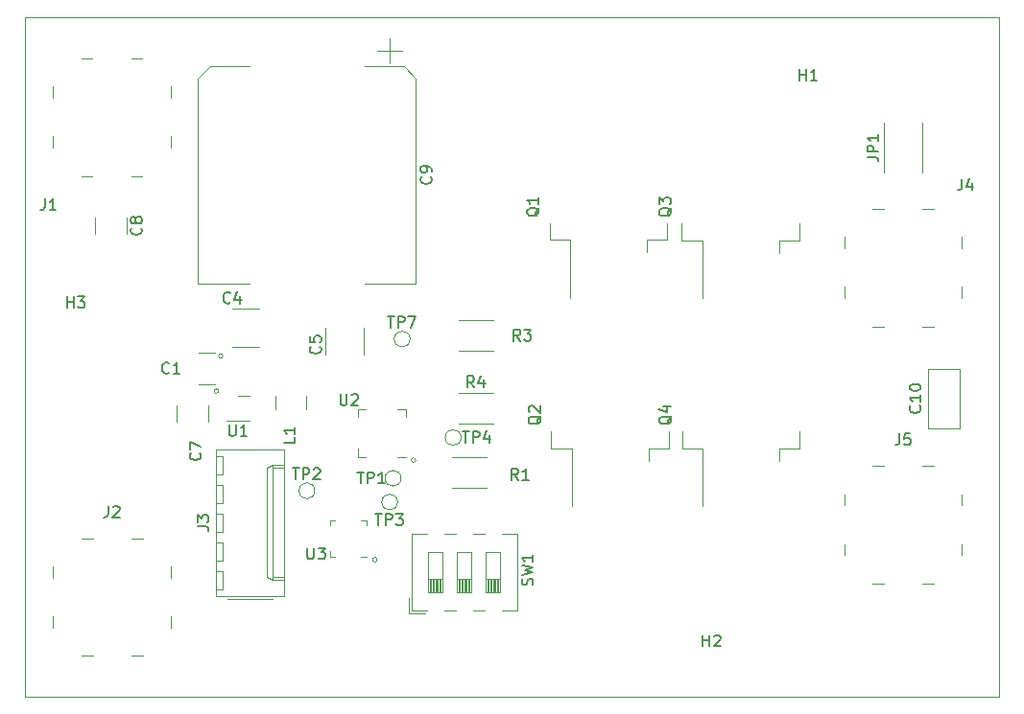
<source format=gbr>
G04 #@! TF.GenerationSoftware,KiCad,Pcbnew,(5.1.9)-1*
G04 #@! TF.CreationDate,2021-07-02T11:04:44-04:00*
G04 #@! TF.ProjectId,Motor Controller 2020,4d6f746f-7220-4436-9f6e-74726f6c6c65,rev?*
G04 #@! TF.SameCoordinates,Original*
G04 #@! TF.FileFunction,Legend,Top*
G04 #@! TF.FilePolarity,Positive*
%FSLAX46Y46*%
G04 Gerber Fmt 4.6, Leading zero omitted, Abs format (unit mm)*
G04 Created by KiCad (PCBNEW (5.1.9)-1) date 2021-07-02 11:04:44*
%MOMM*%
%LPD*%
G01*
G04 APERTURE LIST*
%ADD10C,0.120000*%
G04 #@! TA.AperFunction,Profile*
%ADD11C,0.050000*%
G04 #@! TD*
%ADD12C,0.150000*%
G04 APERTURE END LIST*
D10*
X105800000Y-75900000D02*
G75*
G03*
X105800000Y-75900000I-200000J0D01*
G01*
X106200000Y-72800000D02*
G75*
G03*
X106200000Y-72800000I-200000J0D01*
G01*
X123200000Y-82000000D02*
G75*
G03*
X123200000Y-82000000I-200000J0D01*
G01*
X119800000Y-90800000D02*
G75*
G03*
X119800000Y-90800000I-200000J0D01*
G01*
D11*
X174700000Y-102900000D02*
X174700000Y-42900000D01*
X88700000Y-42900000D02*
X174700000Y-42900000D01*
X88700000Y-102900000D02*
X88700000Y-42900000D01*
X88700000Y-102900000D02*
X174700000Y-102900000D01*
D10*
G04 #@! TO.C,J4*
X161000000Y-62300000D02*
X161000000Y-63300000D01*
X161000000Y-66700000D02*
X161000000Y-67700000D01*
X163500000Y-70200000D02*
X164500000Y-70200000D01*
X167900000Y-70200000D02*
X168900000Y-70200000D01*
X171400000Y-67700000D02*
X171400000Y-66700000D01*
X171400000Y-63300000D02*
X171400000Y-62300000D01*
X167900000Y-59800000D02*
X168900000Y-59800000D01*
X163500000Y-59800000D02*
X164500000Y-59800000D01*
G04 #@! TO.C,SW1*
X122850000Y-95310000D02*
X122850000Y-88490000D01*
X132150000Y-95310000D02*
X132150000Y-88490000D01*
X122850000Y-95310000D02*
X124160000Y-95310000D01*
X125760000Y-95310000D02*
X126700000Y-95310000D01*
X128300000Y-95310000D02*
X129240000Y-95310000D01*
X130840000Y-95310000D02*
X132150000Y-95310000D01*
X130840000Y-88490000D02*
X132150000Y-88490000D01*
X128300000Y-88490000D02*
X129240000Y-88490000D01*
X122850000Y-88490000D02*
X124160000Y-88490000D01*
X125760000Y-88490000D02*
X126700000Y-88490000D01*
X122610000Y-95550000D02*
X122610000Y-94167000D01*
X122610000Y-95550000D02*
X123993000Y-95550000D01*
X124325000Y-93710000D02*
X125595000Y-93710000D01*
X125595000Y-93710000D02*
X125595000Y-90090000D01*
X125595000Y-90090000D02*
X124325000Y-90090000D01*
X124325000Y-90090000D02*
X124325000Y-93710000D01*
X124445000Y-93710000D02*
X124445000Y-92503333D01*
X124565000Y-93710000D02*
X124565000Y-92503333D01*
X124685000Y-93710000D02*
X124685000Y-92503333D01*
X124805000Y-93710000D02*
X124805000Y-92503333D01*
X124925000Y-93710000D02*
X124925000Y-92503333D01*
X125045000Y-93710000D02*
X125045000Y-92503333D01*
X125165000Y-93710000D02*
X125165000Y-92503333D01*
X125285000Y-93710000D02*
X125285000Y-92503333D01*
X125405000Y-93710000D02*
X125405000Y-92503333D01*
X125525000Y-93710000D02*
X125525000Y-92503333D01*
X124325000Y-92503333D02*
X125595000Y-92503333D01*
X126865000Y-93710000D02*
X128135000Y-93710000D01*
X128135000Y-93710000D02*
X128135000Y-90090000D01*
X128135000Y-90090000D02*
X126865000Y-90090000D01*
X126865000Y-90090000D02*
X126865000Y-93710000D01*
X126985000Y-93710000D02*
X126985000Y-92503333D01*
X127105000Y-93710000D02*
X127105000Y-92503333D01*
X127225000Y-93710000D02*
X127225000Y-92503333D01*
X127345000Y-93710000D02*
X127345000Y-92503333D01*
X127465000Y-93710000D02*
X127465000Y-92503333D01*
X127585000Y-93710000D02*
X127585000Y-92503333D01*
X127705000Y-93710000D02*
X127705000Y-92503333D01*
X127825000Y-93710000D02*
X127825000Y-92503333D01*
X127945000Y-93710000D02*
X127945000Y-92503333D01*
X128065000Y-93710000D02*
X128065000Y-92503333D01*
X126865000Y-92503333D02*
X128135000Y-92503333D01*
X129405000Y-93710000D02*
X130675000Y-93710000D01*
X130675000Y-93710000D02*
X130675000Y-90090000D01*
X130675000Y-90090000D02*
X129405000Y-90090000D01*
X129405000Y-90090000D02*
X129405000Y-93710000D01*
X129525000Y-93710000D02*
X129525000Y-92503333D01*
X129645000Y-93710000D02*
X129645000Y-92503333D01*
X129765000Y-93710000D02*
X129765000Y-92503333D01*
X129885000Y-93710000D02*
X129885000Y-92503333D01*
X130005000Y-93710000D02*
X130005000Y-92503333D01*
X130125000Y-93710000D02*
X130125000Y-92503333D01*
X130245000Y-93710000D02*
X130245000Y-92503333D01*
X130365000Y-93710000D02*
X130365000Y-92503333D01*
X130485000Y-93710000D02*
X130485000Y-92503333D01*
X130605000Y-93710000D02*
X130605000Y-92503333D01*
X129405000Y-92503333D02*
X130675000Y-92503333D01*
G04 #@! TO.C,J3*
X105570000Y-93980000D02*
X111590000Y-93980000D01*
X111590000Y-93980000D02*
X111590000Y-81060000D01*
X111590000Y-81060000D02*
X105570000Y-81060000D01*
X105570000Y-81060000D02*
X105570000Y-93980000D01*
X106600000Y-94270000D02*
X110600000Y-94270000D01*
X111590000Y-92600000D02*
X110590000Y-92600000D01*
X110590000Y-92600000D02*
X110590000Y-82440000D01*
X110590000Y-82440000D02*
X111590000Y-82440000D01*
X110590000Y-92600000D02*
X110060000Y-92350000D01*
X110060000Y-92350000D02*
X110060000Y-82690000D01*
X110060000Y-82690000D02*
X110590000Y-82440000D01*
X111590000Y-92350000D02*
X110590000Y-92350000D01*
X111590000Y-82690000D02*
X110590000Y-82690000D01*
X105570000Y-93400000D02*
X106170000Y-93400000D01*
X106170000Y-93400000D02*
X106170000Y-91800000D01*
X106170000Y-91800000D02*
X105570000Y-91800000D01*
X105570000Y-90860000D02*
X106170000Y-90860000D01*
X106170000Y-90860000D02*
X106170000Y-89260000D01*
X106170000Y-89260000D02*
X105570000Y-89260000D01*
X105570000Y-88320000D02*
X106170000Y-88320000D01*
X106170000Y-88320000D02*
X106170000Y-86720000D01*
X106170000Y-86720000D02*
X105570000Y-86720000D01*
X105570000Y-85780000D02*
X106170000Y-85780000D01*
X106170000Y-85780000D02*
X106170000Y-84180000D01*
X106170000Y-84180000D02*
X105570000Y-84180000D01*
X105570000Y-83240000D02*
X106170000Y-83240000D01*
X106170000Y-83240000D02*
X106170000Y-81640000D01*
X106170000Y-81640000D02*
X105570000Y-81640000D01*
G04 #@! TO.C,C9*
X103990000Y-66410000D02*
X108540000Y-66410000D01*
X123210000Y-66410000D02*
X118660000Y-66410000D01*
X123210000Y-48254437D02*
X123210000Y-66410000D01*
X103990000Y-48254437D02*
X103990000Y-66410000D01*
X105054437Y-47190000D02*
X108540000Y-47190000D01*
X122145563Y-47190000D02*
X118660000Y-47190000D01*
X122145563Y-47190000D02*
X123210000Y-48254437D01*
X105054437Y-47190000D02*
X103990000Y-48254437D01*
X120910000Y-44700000D02*
X120910000Y-46950000D01*
X122035000Y-45825000D02*
X119785000Y-45825000D01*
G04 #@! TO.C,J1*
X93693000Y-46500000D02*
X94693000Y-46500000D01*
X98093000Y-46500000D02*
X99093000Y-46500000D01*
X101593000Y-50000000D02*
X101593000Y-49000000D01*
X101593000Y-54400000D02*
X101593000Y-53400000D01*
X98093000Y-56900000D02*
X99093000Y-56900000D01*
X93693000Y-56900000D02*
X94693000Y-56900000D01*
X91193000Y-53400000D02*
X91193000Y-54400000D01*
X91193000Y-49000000D02*
X91193000Y-50000000D01*
G04 #@! TO.C,J2*
X91200000Y-91400000D02*
X91200000Y-92400000D01*
X91200000Y-95800000D02*
X91200000Y-96800000D01*
X93700000Y-99300000D02*
X94700000Y-99300000D01*
X98100000Y-99300000D02*
X99100000Y-99300000D01*
X101600000Y-96800000D02*
X101600000Y-95800000D01*
X101600000Y-92400000D02*
X101600000Y-91400000D01*
X98100000Y-88900000D02*
X99100000Y-88900000D01*
X93700000Y-88900000D02*
X94700000Y-88900000D01*
G04 #@! TO.C,J5*
X163500000Y-82500000D02*
X164500000Y-82500000D01*
X167900000Y-82500000D02*
X168900000Y-82500000D01*
X171400000Y-86000000D02*
X171400000Y-85000000D01*
X171400000Y-90400000D02*
X171400000Y-89400000D01*
X167900000Y-92900000D02*
X168900000Y-92900000D01*
X163500000Y-92900000D02*
X164500000Y-92900000D01*
X161000000Y-89400000D02*
X161000000Y-90400000D01*
X161000000Y-85000000D02*
X161000000Y-86000000D01*
G04 #@! TO.C,JP1*
X164490000Y-56577064D02*
X164490000Y-52222936D01*
X167910000Y-56577064D02*
X167910000Y-52222936D01*
G04 #@! TO.C,R3*
X126972936Y-69640000D02*
X130027064Y-69640000D01*
X126972936Y-72360000D02*
X130027064Y-72360000D01*
G04 #@! TO.C,R4*
X126972936Y-78760000D02*
X130027064Y-78760000D01*
X126972936Y-76040000D02*
X130027064Y-76040000D01*
G04 #@! TO.C,C5*
X115190000Y-70338748D02*
X115190000Y-72661252D01*
X118610000Y-70338748D02*
X118610000Y-72661252D01*
G04 #@! TO.C,R1*
X129427064Y-81740000D02*
X126372936Y-81740000D01*
X129427064Y-84460000D02*
X126372936Y-84460000D01*
G04 #@! TO.C,U2*
X121585000Y-81710000D02*
X122310000Y-81710000D01*
X118090000Y-77490000D02*
X118090000Y-78215000D01*
X118815000Y-77490000D02*
X118090000Y-77490000D01*
X122310000Y-77490000D02*
X122310000Y-78215000D01*
X121585000Y-77490000D02*
X122310000Y-77490000D01*
X118090000Y-81710000D02*
X118090000Y-80985000D01*
X118815000Y-81710000D02*
X118090000Y-81710000D01*
G04 #@! TO.C,C4*
X107038748Y-68590000D02*
X109361252Y-68590000D01*
X107038748Y-72010000D02*
X109361252Y-72010000D01*
G04 #@! TO.C,U3*
X116061000Y-90510000D02*
X115611000Y-90510000D01*
X115611000Y-90510000D02*
X115611000Y-90060000D01*
X118381000Y-87290000D02*
X118831000Y-87290000D01*
X118831000Y-87290000D02*
X118831000Y-87740000D01*
X116061000Y-87290000D02*
X115611000Y-87290000D01*
X115611000Y-87290000D02*
X115611000Y-87740000D01*
X118381000Y-90510000D02*
X118831000Y-90510000D01*
G04 #@! TO.C,TP1*
X121900000Y-83600000D02*
G75*
G03*
X121900000Y-83600000I-700000J0D01*
G01*
G04 #@! TO.C,TP2*
X114300000Y-84700000D02*
G75*
G03*
X114300000Y-84700000I-700000J0D01*
G01*
G04 #@! TO.C,TP3*
X121600000Y-85700000D02*
G75*
G03*
X121600000Y-85700000I-700000J0D01*
G01*
G04 #@! TO.C,TP4*
X127200000Y-80000000D02*
G75*
G03*
X127200000Y-80000000I-700000J0D01*
G01*
G04 #@! TO.C,C1*
X105511252Y-75260000D02*
X104088748Y-75260000D01*
X105511252Y-72540000D02*
X104088748Y-72540000D01*
G04 #@! TO.C,C7*
X104860000Y-77188748D02*
X104860000Y-78611252D01*
X102140000Y-77188748D02*
X102140000Y-78611252D01*
G04 #@! TO.C,L1*
X113560000Y-76297936D02*
X113560000Y-77502064D01*
X110840000Y-76297936D02*
X110840000Y-77502064D01*
G04 #@! TO.C,U1*
X106500000Y-78500000D02*
X108500000Y-78500000D01*
X107500000Y-76300000D02*
X108500000Y-76300000D01*
G04 #@! TO.C,Q1*
X135000000Y-61050000D02*
X135000000Y-62550000D01*
X135000000Y-62550000D02*
X136810000Y-62550000D01*
X136810000Y-62550000D02*
X136810000Y-67675000D01*
X145400000Y-61050000D02*
X145400000Y-62550000D01*
X145400000Y-62550000D02*
X143590000Y-62550000D01*
X143590000Y-62550000D02*
X143590000Y-63650000D01*
G04 #@! TO.C,Q2*
X135154000Y-79450000D02*
X135154000Y-80950000D01*
X135154000Y-80950000D02*
X136964000Y-80950000D01*
X136964000Y-80950000D02*
X136964000Y-86075000D01*
X145554000Y-79450000D02*
X145554000Y-80950000D01*
X145554000Y-80950000D02*
X143744000Y-80950000D01*
X143744000Y-80950000D02*
X143744000Y-82050000D01*
G04 #@! TO.C,Q3*
X155263000Y-62563000D02*
X155263000Y-63663000D01*
X157073000Y-62563000D02*
X155263000Y-62563000D01*
X157073000Y-61063000D02*
X157073000Y-62563000D01*
X148483000Y-62563000D02*
X148483000Y-67688000D01*
X146673000Y-62563000D02*
X148483000Y-62563000D01*
X146673000Y-61063000D02*
X146673000Y-62563000D01*
G04 #@! TO.C,Q4*
X155282000Y-80950000D02*
X155282000Y-82050000D01*
X157092000Y-80950000D02*
X155282000Y-80950000D01*
X157092000Y-79450000D02*
X157092000Y-80950000D01*
X148502000Y-80950000D02*
X148502000Y-86075000D01*
X146692000Y-80950000D02*
X148502000Y-80950000D01*
X146692000Y-79450000D02*
X146692000Y-80950000D01*
G04 #@! TO.C,C8*
X94940000Y-60588748D02*
X94940000Y-62011252D01*
X97660000Y-60588748D02*
X97660000Y-62011252D01*
G04 #@! TO.C,C10*
X168430000Y-79170000D02*
X168430000Y-73930000D01*
X171170000Y-79170000D02*
X171170000Y-73930000D01*
X168430000Y-79170000D02*
X171170000Y-79170000D01*
X168430000Y-73930000D02*
X171170000Y-73930000D01*
G04 #@! TO.C,TP7*
X122700000Y-71300000D02*
G75*
G03*
X122700000Y-71300000I-700000J0D01*
G01*
G04 #@! TD*
G04 #@! TO.C,J4*
D12*
X171366666Y-57152380D02*
X171366666Y-57866666D01*
X171319047Y-58009523D01*
X171223809Y-58104761D01*
X171080952Y-58152380D01*
X170985714Y-58152380D01*
X172271428Y-57485714D02*
X172271428Y-58152380D01*
X172033333Y-57104761D02*
X171795238Y-57819047D01*
X172414285Y-57819047D01*
G04 #@! TO.C,SW1*
X133504761Y-93033333D02*
X133552380Y-92890476D01*
X133552380Y-92652380D01*
X133504761Y-92557142D01*
X133457142Y-92509523D01*
X133361904Y-92461904D01*
X133266666Y-92461904D01*
X133171428Y-92509523D01*
X133123809Y-92557142D01*
X133076190Y-92652380D01*
X133028571Y-92842857D01*
X132980952Y-92938095D01*
X132933333Y-92985714D01*
X132838095Y-93033333D01*
X132742857Y-93033333D01*
X132647619Y-92985714D01*
X132600000Y-92938095D01*
X132552380Y-92842857D01*
X132552380Y-92604761D01*
X132600000Y-92461904D01*
X132552380Y-92128571D02*
X133552380Y-91890476D01*
X132838095Y-91700000D01*
X133552380Y-91509523D01*
X132552380Y-91271428D01*
X133552380Y-90366666D02*
X133552380Y-90938095D01*
X133552380Y-90652380D02*
X132552380Y-90652380D01*
X132695238Y-90747619D01*
X132790476Y-90842857D01*
X132838095Y-90938095D01*
G04 #@! TO.C,J3*
X103932380Y-87853333D02*
X104646666Y-87853333D01*
X104789523Y-87900952D01*
X104884761Y-87996190D01*
X104932380Y-88139047D01*
X104932380Y-88234285D01*
X103932380Y-87472380D02*
X103932380Y-86853333D01*
X104313333Y-87186666D01*
X104313333Y-87043809D01*
X104360952Y-86948571D01*
X104408571Y-86900952D01*
X104503809Y-86853333D01*
X104741904Y-86853333D01*
X104837142Y-86900952D01*
X104884761Y-86948571D01*
X104932380Y-87043809D01*
X104932380Y-87329523D01*
X104884761Y-87424761D01*
X104837142Y-87472380D01*
G04 #@! TO.C,C9*
X124507142Y-56966666D02*
X124554761Y-57014285D01*
X124602380Y-57157142D01*
X124602380Y-57252380D01*
X124554761Y-57395238D01*
X124459523Y-57490476D01*
X124364285Y-57538095D01*
X124173809Y-57585714D01*
X124030952Y-57585714D01*
X123840476Y-57538095D01*
X123745238Y-57490476D01*
X123650000Y-57395238D01*
X123602380Y-57252380D01*
X123602380Y-57157142D01*
X123650000Y-57014285D01*
X123697619Y-56966666D01*
X124602380Y-56490476D02*
X124602380Y-56300000D01*
X124554761Y-56204761D01*
X124507142Y-56157142D01*
X124364285Y-56061904D01*
X124173809Y-56014285D01*
X123792857Y-56014285D01*
X123697619Y-56061904D01*
X123650000Y-56109523D01*
X123602380Y-56204761D01*
X123602380Y-56395238D01*
X123650000Y-56490476D01*
X123697619Y-56538095D01*
X123792857Y-56585714D01*
X124030952Y-56585714D01*
X124126190Y-56538095D01*
X124173809Y-56490476D01*
X124221428Y-56395238D01*
X124221428Y-56204761D01*
X124173809Y-56109523D01*
X124126190Y-56061904D01*
X124030952Y-56014285D01*
G04 #@! TO.C,J1*
X90471666Y-58899380D02*
X90471666Y-59613666D01*
X90424047Y-59756523D01*
X90328809Y-59851761D01*
X90185952Y-59899380D01*
X90090714Y-59899380D01*
X91471666Y-59899380D02*
X90900238Y-59899380D01*
X91185952Y-59899380D02*
X91185952Y-58899380D01*
X91090714Y-59042238D01*
X90995476Y-59137476D01*
X90900238Y-59185095D01*
G04 #@! TO.C,J2*
X96066666Y-86052380D02*
X96066666Y-86766666D01*
X96019047Y-86909523D01*
X95923809Y-87004761D01*
X95780952Y-87052380D01*
X95685714Y-87052380D01*
X96495238Y-86147619D02*
X96542857Y-86100000D01*
X96638095Y-86052380D01*
X96876190Y-86052380D01*
X96971428Y-86100000D01*
X97019047Y-86147619D01*
X97066666Y-86242857D01*
X97066666Y-86338095D01*
X97019047Y-86480952D01*
X96447619Y-87052380D01*
X97066666Y-87052380D01*
G04 #@! TO.C,J5*
X165866666Y-79652380D02*
X165866666Y-80366666D01*
X165819047Y-80509523D01*
X165723809Y-80604761D01*
X165580952Y-80652380D01*
X165485714Y-80652380D01*
X166819047Y-79652380D02*
X166342857Y-79652380D01*
X166295238Y-80128571D01*
X166342857Y-80080952D01*
X166438095Y-80033333D01*
X166676190Y-80033333D01*
X166771428Y-80080952D01*
X166819047Y-80128571D01*
X166866666Y-80223809D01*
X166866666Y-80461904D01*
X166819047Y-80557142D01*
X166771428Y-80604761D01*
X166676190Y-80652380D01*
X166438095Y-80652380D01*
X166342857Y-80604761D01*
X166295238Y-80557142D01*
G04 #@! TO.C,JP1*
X163032380Y-55233333D02*
X163746666Y-55233333D01*
X163889523Y-55280952D01*
X163984761Y-55376190D01*
X164032380Y-55519047D01*
X164032380Y-55614285D01*
X164032380Y-54757142D02*
X163032380Y-54757142D01*
X163032380Y-54376190D01*
X163080000Y-54280952D01*
X163127619Y-54233333D01*
X163222857Y-54185714D01*
X163365714Y-54185714D01*
X163460952Y-54233333D01*
X163508571Y-54280952D01*
X163556190Y-54376190D01*
X163556190Y-54757142D01*
X164032380Y-53233333D02*
X164032380Y-53804761D01*
X164032380Y-53519047D02*
X163032380Y-53519047D01*
X163175238Y-53614285D01*
X163270476Y-53709523D01*
X163318095Y-53804761D01*
G04 #@! TO.C,R3*
X132433333Y-71452380D02*
X132100000Y-70976190D01*
X131861904Y-71452380D02*
X131861904Y-70452380D01*
X132242857Y-70452380D01*
X132338095Y-70500000D01*
X132385714Y-70547619D01*
X132433333Y-70642857D01*
X132433333Y-70785714D01*
X132385714Y-70880952D01*
X132338095Y-70928571D01*
X132242857Y-70976190D01*
X131861904Y-70976190D01*
X132766666Y-70452380D02*
X133385714Y-70452380D01*
X133052380Y-70833333D01*
X133195238Y-70833333D01*
X133290476Y-70880952D01*
X133338095Y-70928571D01*
X133385714Y-71023809D01*
X133385714Y-71261904D01*
X133338095Y-71357142D01*
X133290476Y-71404761D01*
X133195238Y-71452380D01*
X132909523Y-71452380D01*
X132814285Y-71404761D01*
X132766666Y-71357142D01*
G04 #@! TO.C,R4*
X128333333Y-75572380D02*
X128000000Y-75096190D01*
X127761904Y-75572380D02*
X127761904Y-74572380D01*
X128142857Y-74572380D01*
X128238095Y-74620000D01*
X128285714Y-74667619D01*
X128333333Y-74762857D01*
X128333333Y-74905714D01*
X128285714Y-75000952D01*
X128238095Y-75048571D01*
X128142857Y-75096190D01*
X127761904Y-75096190D01*
X129190476Y-74905714D02*
X129190476Y-75572380D01*
X128952380Y-74524761D02*
X128714285Y-75239047D01*
X129333333Y-75239047D01*
G04 #@! TO.C,C5*
X114757142Y-71966666D02*
X114804761Y-72014285D01*
X114852380Y-72157142D01*
X114852380Y-72252380D01*
X114804761Y-72395238D01*
X114709523Y-72490476D01*
X114614285Y-72538095D01*
X114423809Y-72585714D01*
X114280952Y-72585714D01*
X114090476Y-72538095D01*
X113995238Y-72490476D01*
X113900000Y-72395238D01*
X113852380Y-72252380D01*
X113852380Y-72157142D01*
X113900000Y-72014285D01*
X113947619Y-71966666D01*
X113852380Y-71061904D02*
X113852380Y-71538095D01*
X114328571Y-71585714D01*
X114280952Y-71538095D01*
X114233333Y-71442857D01*
X114233333Y-71204761D01*
X114280952Y-71109523D01*
X114328571Y-71061904D01*
X114423809Y-71014285D01*
X114661904Y-71014285D01*
X114757142Y-71061904D01*
X114804761Y-71109523D01*
X114852380Y-71204761D01*
X114852380Y-71442857D01*
X114804761Y-71538095D01*
X114757142Y-71585714D01*
G04 #@! TO.C,R1*
X132233333Y-83752380D02*
X131900000Y-83276190D01*
X131661904Y-83752380D02*
X131661904Y-82752380D01*
X132042857Y-82752380D01*
X132138095Y-82800000D01*
X132185714Y-82847619D01*
X132233333Y-82942857D01*
X132233333Y-83085714D01*
X132185714Y-83180952D01*
X132138095Y-83228571D01*
X132042857Y-83276190D01*
X131661904Y-83276190D01*
X133185714Y-83752380D02*
X132614285Y-83752380D01*
X132900000Y-83752380D02*
X132900000Y-82752380D01*
X132804761Y-82895238D01*
X132709523Y-82990476D01*
X132614285Y-83038095D01*
G04 #@! TO.C,U2*
X116538095Y-76152380D02*
X116538095Y-76961904D01*
X116585714Y-77057142D01*
X116633333Y-77104761D01*
X116728571Y-77152380D01*
X116919047Y-77152380D01*
X117014285Y-77104761D01*
X117061904Y-77057142D01*
X117109523Y-76961904D01*
X117109523Y-76152380D01*
X117538095Y-76247619D02*
X117585714Y-76200000D01*
X117680952Y-76152380D01*
X117919047Y-76152380D01*
X118014285Y-76200000D01*
X118061904Y-76247619D01*
X118109523Y-76342857D01*
X118109523Y-76438095D01*
X118061904Y-76580952D01*
X117490476Y-77152380D01*
X118109523Y-77152380D01*
G04 #@! TO.C,C4*
X106833333Y-68057142D02*
X106785714Y-68104761D01*
X106642857Y-68152380D01*
X106547619Y-68152380D01*
X106404761Y-68104761D01*
X106309523Y-68009523D01*
X106261904Y-67914285D01*
X106214285Y-67723809D01*
X106214285Y-67580952D01*
X106261904Y-67390476D01*
X106309523Y-67295238D01*
X106404761Y-67200000D01*
X106547619Y-67152380D01*
X106642857Y-67152380D01*
X106785714Y-67200000D01*
X106833333Y-67247619D01*
X107690476Y-67485714D02*
X107690476Y-68152380D01*
X107452380Y-67104761D02*
X107214285Y-67819047D01*
X107833333Y-67819047D01*
G04 #@! TO.C,U3*
X113638095Y-89752380D02*
X113638095Y-90561904D01*
X113685714Y-90657142D01*
X113733333Y-90704761D01*
X113828571Y-90752380D01*
X114019047Y-90752380D01*
X114114285Y-90704761D01*
X114161904Y-90657142D01*
X114209523Y-90561904D01*
X114209523Y-89752380D01*
X114590476Y-89752380D02*
X115209523Y-89752380D01*
X114876190Y-90133333D01*
X115019047Y-90133333D01*
X115114285Y-90180952D01*
X115161904Y-90228571D01*
X115209523Y-90323809D01*
X115209523Y-90561904D01*
X115161904Y-90657142D01*
X115114285Y-90704761D01*
X115019047Y-90752380D01*
X114733333Y-90752380D01*
X114638095Y-90704761D01*
X114590476Y-90657142D01*
G04 #@! TO.C,TP1*
X118038095Y-83052380D02*
X118609523Y-83052380D01*
X118323809Y-84052380D02*
X118323809Y-83052380D01*
X118942857Y-84052380D02*
X118942857Y-83052380D01*
X119323809Y-83052380D01*
X119419047Y-83100000D01*
X119466666Y-83147619D01*
X119514285Y-83242857D01*
X119514285Y-83385714D01*
X119466666Y-83480952D01*
X119419047Y-83528571D01*
X119323809Y-83576190D01*
X118942857Y-83576190D01*
X120466666Y-84052380D02*
X119895238Y-84052380D01*
X120180952Y-84052380D02*
X120180952Y-83052380D01*
X120085714Y-83195238D01*
X119990476Y-83290476D01*
X119895238Y-83338095D01*
G04 #@! TO.C,TP2*
X112338095Y-82704380D02*
X112909523Y-82704380D01*
X112623809Y-83704380D02*
X112623809Y-82704380D01*
X113242857Y-83704380D02*
X113242857Y-82704380D01*
X113623809Y-82704380D01*
X113719047Y-82752000D01*
X113766666Y-82799619D01*
X113814285Y-82894857D01*
X113814285Y-83037714D01*
X113766666Y-83132952D01*
X113719047Y-83180571D01*
X113623809Y-83228190D01*
X113242857Y-83228190D01*
X114195238Y-82799619D02*
X114242857Y-82752000D01*
X114338095Y-82704380D01*
X114576190Y-82704380D01*
X114671428Y-82752000D01*
X114719047Y-82799619D01*
X114766666Y-82894857D01*
X114766666Y-82990095D01*
X114719047Y-83132952D01*
X114147619Y-83704380D01*
X114766666Y-83704380D01*
G04 #@! TO.C,TP3*
X119638095Y-86752380D02*
X120209523Y-86752380D01*
X119923809Y-87752380D02*
X119923809Y-86752380D01*
X120542857Y-87752380D02*
X120542857Y-86752380D01*
X120923809Y-86752380D01*
X121019047Y-86800000D01*
X121066666Y-86847619D01*
X121114285Y-86942857D01*
X121114285Y-87085714D01*
X121066666Y-87180952D01*
X121019047Y-87228571D01*
X120923809Y-87276190D01*
X120542857Y-87276190D01*
X121447619Y-86752380D02*
X122066666Y-86752380D01*
X121733333Y-87133333D01*
X121876190Y-87133333D01*
X121971428Y-87180952D01*
X122019047Y-87228571D01*
X122066666Y-87323809D01*
X122066666Y-87561904D01*
X122019047Y-87657142D01*
X121971428Y-87704761D01*
X121876190Y-87752380D01*
X121590476Y-87752380D01*
X121495238Y-87704761D01*
X121447619Y-87657142D01*
G04 #@! TO.C,TP4*
X127338095Y-79452380D02*
X127909523Y-79452380D01*
X127623809Y-80452380D02*
X127623809Y-79452380D01*
X128242857Y-80452380D02*
X128242857Y-79452380D01*
X128623809Y-79452380D01*
X128719047Y-79500000D01*
X128766666Y-79547619D01*
X128814285Y-79642857D01*
X128814285Y-79785714D01*
X128766666Y-79880952D01*
X128719047Y-79928571D01*
X128623809Y-79976190D01*
X128242857Y-79976190D01*
X129671428Y-79785714D02*
X129671428Y-80452380D01*
X129433333Y-79404761D02*
X129195238Y-80119047D01*
X129814285Y-80119047D01*
G04 #@! TO.C,H1*
X157038095Y-48452380D02*
X157038095Y-47452380D01*
X157038095Y-47928571D02*
X157609523Y-47928571D01*
X157609523Y-48452380D02*
X157609523Y-47452380D01*
X158609523Y-48452380D02*
X158038095Y-48452380D01*
X158323809Y-48452380D02*
X158323809Y-47452380D01*
X158228571Y-47595238D01*
X158133333Y-47690476D01*
X158038095Y-47738095D01*
G04 #@! TO.C,H2*
X148538095Y-98452380D02*
X148538095Y-97452380D01*
X148538095Y-97928571D02*
X149109523Y-97928571D01*
X149109523Y-98452380D02*
X149109523Y-97452380D01*
X149538095Y-97547619D02*
X149585714Y-97500000D01*
X149680952Y-97452380D01*
X149919047Y-97452380D01*
X150014285Y-97500000D01*
X150061904Y-97547619D01*
X150109523Y-97642857D01*
X150109523Y-97738095D01*
X150061904Y-97880952D01*
X149490476Y-98452380D01*
X150109523Y-98452380D01*
G04 #@! TO.C,H3*
X92438095Y-68552380D02*
X92438095Y-67552380D01*
X92438095Y-68028571D02*
X93009523Y-68028571D01*
X93009523Y-68552380D02*
X93009523Y-67552380D01*
X93390476Y-67552380D02*
X94009523Y-67552380D01*
X93676190Y-67933333D01*
X93819047Y-67933333D01*
X93914285Y-67980952D01*
X93961904Y-68028571D01*
X94009523Y-68123809D01*
X94009523Y-68361904D01*
X93961904Y-68457142D01*
X93914285Y-68504761D01*
X93819047Y-68552380D01*
X93533333Y-68552380D01*
X93438095Y-68504761D01*
X93390476Y-68457142D01*
G04 #@! TO.C,C1*
X101433333Y-74257142D02*
X101385714Y-74304761D01*
X101242857Y-74352380D01*
X101147619Y-74352380D01*
X101004761Y-74304761D01*
X100909523Y-74209523D01*
X100861904Y-74114285D01*
X100814285Y-73923809D01*
X100814285Y-73780952D01*
X100861904Y-73590476D01*
X100909523Y-73495238D01*
X101004761Y-73400000D01*
X101147619Y-73352380D01*
X101242857Y-73352380D01*
X101385714Y-73400000D01*
X101433333Y-73447619D01*
X102385714Y-74352380D02*
X101814285Y-74352380D01*
X102100000Y-74352380D02*
X102100000Y-73352380D01*
X102004761Y-73495238D01*
X101909523Y-73590476D01*
X101814285Y-73638095D01*
G04 #@! TO.C,C7*
X104157142Y-81366666D02*
X104204761Y-81414285D01*
X104252380Y-81557142D01*
X104252380Y-81652380D01*
X104204761Y-81795238D01*
X104109523Y-81890476D01*
X104014285Y-81938095D01*
X103823809Y-81985714D01*
X103680952Y-81985714D01*
X103490476Y-81938095D01*
X103395238Y-81890476D01*
X103300000Y-81795238D01*
X103252380Y-81652380D01*
X103252380Y-81557142D01*
X103300000Y-81414285D01*
X103347619Y-81366666D01*
X103252380Y-81033333D02*
X103252380Y-80366666D01*
X104252380Y-80795238D01*
G04 #@! TO.C,L1*
X112552380Y-79966666D02*
X112552380Y-80442857D01*
X111552380Y-80442857D01*
X112552380Y-79109523D02*
X112552380Y-79680952D01*
X112552380Y-79395238D02*
X111552380Y-79395238D01*
X111695238Y-79490476D01*
X111790476Y-79585714D01*
X111838095Y-79680952D01*
G04 #@! TO.C,U1*
X106738095Y-78852380D02*
X106738095Y-79661904D01*
X106785714Y-79757142D01*
X106833333Y-79804761D01*
X106928571Y-79852380D01*
X107119047Y-79852380D01*
X107214285Y-79804761D01*
X107261904Y-79757142D01*
X107309523Y-79661904D01*
X107309523Y-78852380D01*
X108309523Y-79852380D02*
X107738095Y-79852380D01*
X108023809Y-79852380D02*
X108023809Y-78852380D01*
X107928571Y-78995238D01*
X107833333Y-79090476D01*
X107738095Y-79138095D01*
G04 #@! TO.C,Q1*
X134097619Y-59695238D02*
X134050000Y-59790476D01*
X133954761Y-59885714D01*
X133811904Y-60028571D01*
X133764285Y-60123809D01*
X133764285Y-60219047D01*
X134002380Y-60171428D02*
X133954761Y-60266666D01*
X133859523Y-60361904D01*
X133669047Y-60409523D01*
X133335714Y-60409523D01*
X133145238Y-60361904D01*
X133050000Y-60266666D01*
X133002380Y-60171428D01*
X133002380Y-59980952D01*
X133050000Y-59885714D01*
X133145238Y-59790476D01*
X133335714Y-59742857D01*
X133669047Y-59742857D01*
X133859523Y-59790476D01*
X133954761Y-59885714D01*
X134002380Y-59980952D01*
X134002380Y-60171428D01*
X134002380Y-58790476D02*
X134002380Y-59361904D01*
X134002380Y-59076190D02*
X133002380Y-59076190D01*
X133145238Y-59171428D01*
X133240476Y-59266666D01*
X133288095Y-59361904D01*
G04 #@! TO.C,Q2*
X134251619Y-78095238D02*
X134204000Y-78190476D01*
X134108761Y-78285714D01*
X133965904Y-78428571D01*
X133918285Y-78523809D01*
X133918285Y-78619047D01*
X134156380Y-78571428D02*
X134108761Y-78666666D01*
X134013523Y-78761904D01*
X133823047Y-78809523D01*
X133489714Y-78809523D01*
X133299238Y-78761904D01*
X133204000Y-78666666D01*
X133156380Y-78571428D01*
X133156380Y-78380952D01*
X133204000Y-78285714D01*
X133299238Y-78190476D01*
X133489714Y-78142857D01*
X133823047Y-78142857D01*
X134013523Y-78190476D01*
X134108761Y-78285714D01*
X134156380Y-78380952D01*
X134156380Y-78571428D01*
X133251619Y-77761904D02*
X133204000Y-77714285D01*
X133156380Y-77619047D01*
X133156380Y-77380952D01*
X133204000Y-77285714D01*
X133251619Y-77238095D01*
X133346857Y-77190476D01*
X133442095Y-77190476D01*
X133584952Y-77238095D01*
X134156380Y-77809523D01*
X134156380Y-77190476D01*
G04 #@! TO.C,Q3*
X145770619Y-59708238D02*
X145723000Y-59803476D01*
X145627761Y-59898714D01*
X145484904Y-60041571D01*
X145437285Y-60136809D01*
X145437285Y-60232047D01*
X145675380Y-60184428D02*
X145627761Y-60279666D01*
X145532523Y-60374904D01*
X145342047Y-60422523D01*
X145008714Y-60422523D01*
X144818238Y-60374904D01*
X144723000Y-60279666D01*
X144675380Y-60184428D01*
X144675380Y-59993952D01*
X144723000Y-59898714D01*
X144818238Y-59803476D01*
X145008714Y-59755857D01*
X145342047Y-59755857D01*
X145532523Y-59803476D01*
X145627761Y-59898714D01*
X145675380Y-59993952D01*
X145675380Y-60184428D01*
X144675380Y-59422523D02*
X144675380Y-58803476D01*
X145056333Y-59136809D01*
X145056333Y-58993952D01*
X145103952Y-58898714D01*
X145151571Y-58851095D01*
X145246809Y-58803476D01*
X145484904Y-58803476D01*
X145580142Y-58851095D01*
X145627761Y-58898714D01*
X145675380Y-58993952D01*
X145675380Y-59279666D01*
X145627761Y-59374904D01*
X145580142Y-59422523D01*
G04 #@! TO.C,Q4*
X145789619Y-78095238D02*
X145742000Y-78190476D01*
X145646761Y-78285714D01*
X145503904Y-78428571D01*
X145456285Y-78523809D01*
X145456285Y-78619047D01*
X145694380Y-78571428D02*
X145646761Y-78666666D01*
X145551523Y-78761904D01*
X145361047Y-78809523D01*
X145027714Y-78809523D01*
X144837238Y-78761904D01*
X144742000Y-78666666D01*
X144694380Y-78571428D01*
X144694380Y-78380952D01*
X144742000Y-78285714D01*
X144837238Y-78190476D01*
X145027714Y-78142857D01*
X145361047Y-78142857D01*
X145551523Y-78190476D01*
X145646761Y-78285714D01*
X145694380Y-78380952D01*
X145694380Y-78571428D01*
X145027714Y-77285714D02*
X145694380Y-77285714D01*
X144646761Y-77523809D02*
X145361047Y-77761904D01*
X145361047Y-77142857D01*
G04 #@! TO.C,C8*
X98957142Y-61466666D02*
X99004761Y-61514285D01*
X99052380Y-61657142D01*
X99052380Y-61752380D01*
X99004761Y-61895238D01*
X98909523Y-61990476D01*
X98814285Y-62038095D01*
X98623809Y-62085714D01*
X98480952Y-62085714D01*
X98290476Y-62038095D01*
X98195238Y-61990476D01*
X98100000Y-61895238D01*
X98052380Y-61752380D01*
X98052380Y-61657142D01*
X98100000Y-61514285D01*
X98147619Y-61466666D01*
X98480952Y-60895238D02*
X98433333Y-60990476D01*
X98385714Y-61038095D01*
X98290476Y-61085714D01*
X98242857Y-61085714D01*
X98147619Y-61038095D01*
X98100000Y-60990476D01*
X98052380Y-60895238D01*
X98052380Y-60704761D01*
X98100000Y-60609523D01*
X98147619Y-60561904D01*
X98242857Y-60514285D01*
X98290476Y-60514285D01*
X98385714Y-60561904D01*
X98433333Y-60609523D01*
X98480952Y-60704761D01*
X98480952Y-60895238D01*
X98528571Y-60990476D01*
X98576190Y-61038095D01*
X98671428Y-61085714D01*
X98861904Y-61085714D01*
X98957142Y-61038095D01*
X99004761Y-60990476D01*
X99052380Y-60895238D01*
X99052380Y-60704761D01*
X99004761Y-60609523D01*
X98957142Y-60561904D01*
X98861904Y-60514285D01*
X98671428Y-60514285D01*
X98576190Y-60561904D01*
X98528571Y-60609523D01*
X98480952Y-60704761D01*
G04 #@! TO.C,C10*
X167657142Y-77192857D02*
X167704761Y-77240476D01*
X167752380Y-77383333D01*
X167752380Y-77478571D01*
X167704761Y-77621428D01*
X167609523Y-77716666D01*
X167514285Y-77764285D01*
X167323809Y-77811904D01*
X167180952Y-77811904D01*
X166990476Y-77764285D01*
X166895238Y-77716666D01*
X166800000Y-77621428D01*
X166752380Y-77478571D01*
X166752380Y-77383333D01*
X166800000Y-77240476D01*
X166847619Y-77192857D01*
X167752380Y-76240476D02*
X167752380Y-76811904D01*
X167752380Y-76526190D02*
X166752380Y-76526190D01*
X166895238Y-76621428D01*
X166990476Y-76716666D01*
X167038095Y-76811904D01*
X166752380Y-75621428D02*
X166752380Y-75526190D01*
X166800000Y-75430952D01*
X166847619Y-75383333D01*
X166942857Y-75335714D01*
X167133333Y-75288095D01*
X167371428Y-75288095D01*
X167561904Y-75335714D01*
X167657142Y-75383333D01*
X167704761Y-75430952D01*
X167752380Y-75526190D01*
X167752380Y-75621428D01*
X167704761Y-75716666D01*
X167657142Y-75764285D01*
X167561904Y-75811904D01*
X167371428Y-75859523D01*
X167133333Y-75859523D01*
X166942857Y-75811904D01*
X166847619Y-75764285D01*
X166800000Y-75716666D01*
X166752380Y-75621428D01*
G04 #@! TO.C,TP7*
X120738095Y-69304380D02*
X121309523Y-69304380D01*
X121023809Y-70304380D02*
X121023809Y-69304380D01*
X121642857Y-70304380D02*
X121642857Y-69304380D01*
X122023809Y-69304380D01*
X122119047Y-69352000D01*
X122166666Y-69399619D01*
X122214285Y-69494857D01*
X122214285Y-69637714D01*
X122166666Y-69732952D01*
X122119047Y-69780571D01*
X122023809Y-69828190D01*
X121642857Y-69828190D01*
X122547619Y-69304380D02*
X123214285Y-69304380D01*
X122785714Y-70304380D01*
G04 #@! TD*
M02*

</source>
